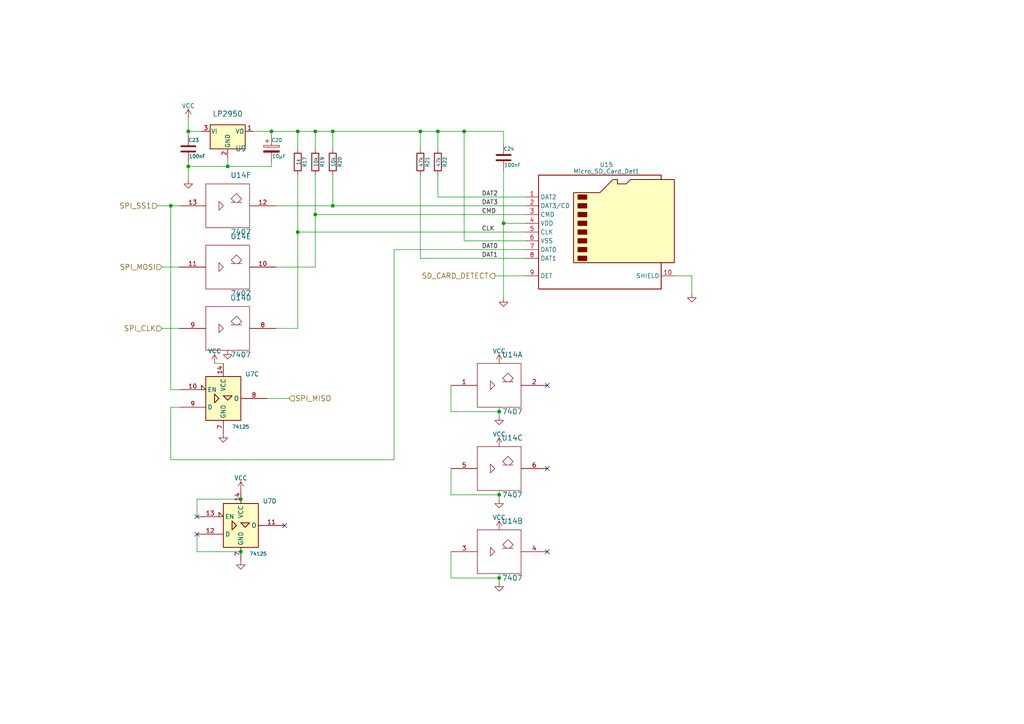
<source format=kicad_sch>
(kicad_sch (version 20230121) (generator eeschema)
  (paper "A4")
  (lib_symbols
    (symbol "74125_1"
      (property "Reference" "U" (at 6.35 6.35 0))
      (property "Value" "74125" (at 2.54 -7.62 0))
      (symbol "74125_1_0_1"
        (rectangle (start -5.08 6.35) (end 5.08 -6.35) (stroke (width 0.254)) (fill (type background)))
        (polyline (pts (xy -2.54 1.27) (xy -2.54 -1.27) (xy -1.27 0) (xy -2.54 1.27) (xy -2.54 1.27)) (stroke (width 0.254)) (fill (type background)))
        (polyline (pts (xy 0 0.762) (xy 2.54 0.762) (xy 1.27 -0.508) (xy 0 0.762) (xy 0 0.762)) (stroke (width 0.254)) (fill (type background)))
        (pin power_in line (at 0 10.16 270) (length 3.81) (name "VCC") (number "14"))
        (pin power_in line (at 0 -10.16 90) (length 3.81) (name "GND") (number "7"))
      )
      (symbol "74125_1_1_0"
        (pin input input_low (at -12.7 2.54 0) (length 7.62) (name "EN") (number "1"))
      )
      (symbol "74125_1_1_1"
        (pin input line (at -12.7 -2.54 0) (length 7.62) (name "D") (number "2"))
        (pin tri_state line (at 12.7 0 180) (length 7.62) (name "O") (number "3"))
      )
      (symbol "74125_1_2_0"
        (pin input input_low (at -12.7 2.54 0) (length 7.62) (name "EN") (number "4"))
      )
      (symbol "74125_1_2_1"
        (pin input line (at -12.7 -2.54 0) (length 7.62) (name "D") (number "5"))
        (pin tri_state line (at 12.7 0 180) (length 7.62) (name "O") (number "6"))
      )
      (symbol "74125_1_3_0"
        (pin input input_low (at -12.7 2.54 0) (length 7.62) (name "EN") (number "10"))
      )
      (symbol "74125_1_3_1"
        (pin tri_state line (at 12.7 0 180) (length 7.62) (name "O") (number "8"))
        (pin input line (at -12.7 -2.54 0) (length 7.62) (name "D") (number "9"))
      )
      (symbol "74125_1_4_0"
        (pin input input_low (at -12.7 2.54 0) (length 7.62) (name "EN") (number "13"))
      )
      (symbol "74125_1_4_1"
        (pin tri_state line (at 12.7 0 180) (length 7.62) (name "O") (number "11"))
        (pin input line (at -12.7 -2.54 0) (length 7.62) (name "D") (number "12"))
      )
    )
    (symbol "74xx_IEEE:7407" (pin_names (offset 0.762))
      (property "Reference" "U" (at 3.81 8.89 0))
      (property "Value" "7407" (at 3.81 -7.62 0))
      (symbol "7407_0_1"
        (rectangle (start -6.35 6.35) (end 6.35 -6.35))
        (polyline (pts (xy -2.54 1.27) (xy -2.54 -1.27) (xy -1.27 0) (xy -2.54 1.27) (xy -2.54 1.27)))
        (polyline (pts (xy 3.048 1.016) (xy 4.064 2.032) (xy 2.54 3.556) (xy 1.016 2.032) (xy 2.032 1.016) (xy 1.016 1.016) (xy 4.064 1.016) (xy 4.064 1.016)))
        (pin power_in line (at 0 6.35 270) (length 0) hide (name "Vcc") (number "14"))
        (pin power_in line (at 0 -6.35 90) (length 0) hide (name "Gnd") (number "7"))
      )
      (symbol "7407_1_1"
        (pin input line (at -13.97 0 0) (length 7.62) (name "~") (number "1"))
        (pin open_collector line (at 13.97 0 180) (length 7.62) (name "~") (number "2"))
      )
      (symbol "7407_2_1"
        (pin input line (at -13.97 0 0) (length 7.62) (name "~") (number "3"))
        (pin open_collector line (at 13.97 0 180) (length 7.62) (name "~") (number "4"))
      )
      (symbol "7407_3_1"
        (pin input line (at -13.97 0 0) (length 7.62) (name "~") (number "5"))
        (pin open_collector line (at 13.97 0 180) (length 7.62) (name "~") (number "6"))
      )
      (symbol "7407_4_1"
        (pin open_collector line (at 13.97 0 180) (length 7.62) (name "~") (number "8"))
        (pin input line (at -13.97 0 0) (length 7.62) (name "~") (number "9"))
      )
      (symbol "7407_5_1"
        (pin open_collector line (at 13.97 0 180) (length 7.62) (name "~") (number "10"))
        (pin input line (at -13.97 0 0) (length 7.62) (name "~") (number "11"))
      )
      (symbol "7407_6_1"
        (pin open_collector line (at 13.97 0 180) (length 7.62) (name "~") (number "12"))
        (pin input line (at -13.97 0 0) (length 7.62) (name "~") (number "13"))
      )
    )
    (symbol "74xx_IEEE:74125"
      (property "Reference" "U" (at 6.35 6.35 0))
      (property "Value" "74125" (at 2.54 -7.62 0))
      (symbol "74125_0_1"
        (rectangle (start -5.08 6.35) (end 5.08 -6.35) (stroke (width 0.254)) (fill (type background)))
        (polyline (pts (xy -2.54 1.27) (xy -2.54 -1.27) (xy -1.27 0) (xy -2.54 1.27) (xy -2.54 1.27)) (stroke (width 0.254)) (fill (type background)))
        (polyline (pts (xy 0 0.762) (xy 2.54 0.762) (xy 1.27 -0.508) (xy 0 0.762) (xy 0 0.762)) (stroke (width 0.254)) (fill (type background)))
        (pin power_in line (at 0 10.16 270) (length 3.81) (name "VCC") (number "14"))
        (pin power_in line (at 0 -10.16 90) (length 3.81) (name "GND") (number "7"))
      )
      (symbol "74125_1_0"
        (pin input input_low (at -12.7 2.54 0) (length 7.62) (name "EN") (number "1"))
      )
      (symbol "74125_1_1"
        (pin input line (at -12.7 -2.54 0) (length 7.62) (name "D") (number "2"))
        (pin tri_state line (at 12.7 0 180) (length 7.62) (name "O") (number "3"))
      )
      (symbol "74125_2_0"
        (pin input input_low (at -12.7 2.54 0) (length 7.62) (name "EN") (number "4"))
      )
      (symbol "74125_2_1"
        (pin input line (at -12.7 -2.54 0) (length 7.62) (name "D") (number "5"))
        (pin tri_state line (at 12.7 0 180) (length 7.62) (name "O") (number "6"))
      )
      (symbol "74125_3_0"
        (pin input input_low (at -12.7 2.54 0) (length 7.62) (name "EN") (number "10"))
      )
      (symbol "74125_3_1"
        (pin tri_state line (at 12.7 0 180) (length 7.62) (name "O") (number "8"))
        (pin input line (at -12.7 -2.54 0) (length 7.62) (name "D") (number "9"))
      )
      (symbol "74125_4_0"
        (pin input input_low (at -12.7 2.54 0) (length 7.62) (name "EN") (number "13"))
      )
      (symbol "74125_4_1"
        (pin tri_state line (at 12.7 0 180) (length 7.62) (name "O") (number "11"))
        (pin input line (at -12.7 -2.54 0) (length 7.62) (name "D") (number "12"))
      )
    )
    (symbol "Connector:Micro_SD_Card_Det1"
      (property "Reference" "J" (at -16.51 17.78 0))
      (property "Value" "Micro_SD_Card_Det1" (at 16.51 17.78 0))
      (symbol "Micro_SD_Card_Det1_0_1"
        (rectangle (start -7.62 -6.985) (end -5.08 -8.255) (stroke (width 0.254)) (fill (type outline)))
        (rectangle (start -7.62 -4.445) (end -5.08 -5.715) (stroke (width 0.254)) (fill (type outline)))
        (rectangle (start -7.62 -1.905) (end -5.08 -3.175) (stroke (width 0.254)) (fill (type outline)))
        (rectangle (start -7.62 0.635) (end -5.08 -0.635) (stroke (width 0.254)) (fill (type outline)))
        (rectangle (start -7.62 3.175) (end -5.08 1.905) (stroke (width 0.254)) (fill (type outline)))
        (rectangle (start -7.62 5.715) (end -5.08 4.445) (stroke (width 0.254)) (fill (type outline)))
        (rectangle (start -7.62 8.255) (end -5.08 6.985) (stroke (width 0.254)) (fill (type outline)))
        (rectangle (start -7.62 10.795) (end -5.08 9.525) (stroke (width 0.254)) (fill (type outline)))
        (polyline (pts (xy 16.51 15.24) (xy 16.51 16.51) (xy -19.05 16.51) (xy -19.05 -16.51) (xy 16.51 -16.51) (xy 16.51 -8.89)) (stroke (width 0.254)))
        (polyline (pts (xy -8.89 -8.89) (xy -8.89 11.43) (xy -1.27 11.43) (xy 2.54 15.24) (xy 3.81 15.24) (xy 3.81 13.97) (xy 6.35 13.97) (xy 7.62 15.24) (xy 20.32 15.24) (xy 20.32 -8.89) (xy -8.89 -8.89)) (stroke (width 0.254)) (fill (type background)))
      )
      (symbol "Micro_SD_Card_Det1_1_1"
        (pin bidirectional line (at -22.86 10.16 0) (length 3.81) (name "DAT2") (number "1"))
        (pin passive line (at 20.32 -12.7 180) (length 3.81) (name "SHIELD") (number "10"))
        (pin bidirectional line (at -22.86 7.62 0) (length 3.81) (name "DAT3/CD") (number "2"))
        (pin input line (at -22.86 5.08 0) (length 3.81) (name "CMD") (number "3"))
        (pin power_in line (at -22.86 2.54 0) (length 3.81) (name "VDD") (number "4"))
        (pin input line (at -22.86 0 0) (length 3.81) (name "CLK") (number "5"))
        (pin power_in line (at -22.86 -2.54 0) (length 3.81) (name "VSS") (number "6"))
        (pin bidirectional line (at -22.86 -5.08 0) (length 3.81) (name "DAT0") (number "7"))
        (pin bidirectional line (at -22.86 -7.62 0) (length 3.81) (name "DAT1") (number "8"))
        (pin passive line (at -22.86 -12.7 0) (length 3.81) (name "DET") (number "9"))
      )
    )
    (symbol "Device:C" (pin_numbers hide) (pin_names (offset 0.254))
      (property "Reference" "C" (at 0.635 2.54 0))
      (property "Value" "C" (at 0.635 -2.54 0))
      (symbol "C_0_1"
        (polyline (pts (xy -2.032 -0.762) (xy 2.032 -0.762)) (stroke (width 0.508)))
        (polyline (pts (xy -2.032 0.762) (xy 2.032 0.762)) (stroke (width 0.508)))
      )
      (symbol "C_1_1"
        (pin passive line (at 0 3.81 270) (length 2.794) (name "~") (number "1"))
        (pin passive line (at 0 -3.81 90) (length 2.794) (name "~") (number "2"))
      )
    )
    (symbol "Device:C_Polarized" (pin_numbers hide) (pin_names (offset 0.254))
      (property "Reference" "C" (at 0.635 2.54 0))
      (property "Value" "C_Polarized" (at 0.635 -2.54 0))
      (symbol "C_Polarized_0_1"
        (rectangle (start -2.286 0.508) (end 2.286 1.016))
        (polyline (pts (xy -1.778 2.286) (xy -0.762 2.286)))
        (polyline (pts (xy -1.27 2.794) (xy -1.27 1.778)))
        (rectangle (start 2.286 -0.508) (end -2.286 -1.016) (fill (type outline)))
      )
      (symbol "C_Polarized_1_1"
        (pin passive line (at 0 3.81 270) (length 2.794) (name "~") (number "1"))
        (pin passive line (at 0 -3.81 90) (length 2.794) (name "~") (number "2"))
      )
    )
    (symbol "Device:R" (pin_numbers hide) (pin_names (offset 0))
      (property "Reference" "R" (at 2.032 0 90))
      (property "Value" "R" (at 0 0 90))
      (symbol "R_0_1"
        (rectangle (start -1.016 -2.54) (end 1.016 2.54) (stroke (width 0.254)))
      )
      (symbol "R_1_1"
        (pin passive line (at 0 3.81 270) (length 1.27) (name "~") (number "1"))
        (pin passive line (at 0 -3.81 90) (length 1.27) (name "~") (number "2"))
      )
    )
    (symbol "Regulator_Linear:LP2950-3.3_TO92" (pin_names (offset 0.254))
      (property "Reference" "U" (at -3.81 3.175 0))
      (property "Value" "LP2950-3.3_TO92" (at 0 3.175 0))
      (symbol "LP2950-3.3_TO92_0_1"
        (rectangle (start -5.08 -5.08) (end 5.08 1.905) (stroke (width 0.254)) (fill (type background)))
      )
      (symbol "LP2950-3.3_TO92_1_1"
        (pin power_out line (at 7.62 0 180) (length 2.54) (name "VO") (number "1"))
        (pin power_in line (at 0 -7.62 90) (length 2.54) (name "GND") (number "2"))
        (pin power_in line (at -7.62 0 0) (length 2.54) (name "VI") (number "3"))
      )
    )
    (symbol "power:GND" (power) (pin_names (offset 0))
      (property "Value" "GND" (at 0 -3.81 0))
      (symbol "GND_0_1"
        (polyline (pts (xy 0 0) (xy 0 -1.27) (xy 1.27 -1.27) (xy 0 -2.54) (xy -1.27 -1.27) (xy 0 -1.27)))
      )
      (symbol "GND_1_1"
        (pin power_in line (at 0 0 270) (length 0) hide (name "GND") (number "1"))
      )
    )
    (symbol "power:VCC" (power) (pin_names (offset 0))
      (property "Value" "VCC" (at 0 3.81 0))
      (symbol "VCC_0_1"
        (polyline (pts (xy -0.762 1.27) (xy 0 2.54)))
        (polyline (pts (xy 0 0) (xy 0 2.54)))
        (polyline (pts (xy 0 2.54) (xy 0.762 1.27)))
      )
      (symbol "VCC_1_1"
        (pin power_in line (at 0 0 90) (length 0) hide (name "VCC") (number "1"))
      )
    )
  )
  (junction (at 69.85 160.02))
  (junction (at 127 38.1))
  (junction (at 146.05 64.77))
  (junction (at 54.61 48.26))
  (junction (at 144.78 167.64))
  (junction (at 86.36 67.31))
  (junction (at 91.44 62.23))
  (junction (at 121.92 38.1))
  (junction (at 78.74 38.1))
  (junction (at 91.44 38.1))
  (junction (at 96.52 38.1))
  (junction (at 69.85 144.78))
  (junction (at 86.36 38.1))
  (junction (at 54.61 38.1))
  (junction (at 66.04 48.26))
  (junction (at 49.53 59.69))
  (junction (at 144.78 143.51))
  (junction (at 96.52 59.69))
  (junction (at 144.78 119.38))
  (junction (at 134.62 38.1))
  (no_connect (at 158.75 135.89))
  (no_connect (at 158.75 160.02))
  (no_connect (at 158.75 111.76))
  (no_connect (at 57.15 149.86))
  (no_connect (at 82.55 152.4))
  (no_connect (at 57.15 154.94))
  (wire (pts (xy 78.74 38.1) (xy 78.74 39.37)))
  (wire (pts (xy 121.92 38.1) (xy 127 38.1)))
  (wire (pts (xy 80.01 59.69) (xy 96.52 59.69)))
  (wire (pts (xy 144.78 167.64) (xy 144.78 168.91)))
  (wire (pts (xy 54.61 38.1) (xy 54.61 39.37)))
  (wire (pts (xy 78.74 48.26) (xy 78.74 46.99)))
  (wire (pts (xy 54.61 48.26) (xy 66.04 48.26)))
  (wire (pts (xy 86.36 67.31) (xy 86.36 95.25)))
  (wire (pts (xy 69.85 143.51) (xy 69.85 144.78)))
  (wire (pts (xy 130.81 143.51) (xy 130.81 135.89)))
  (wire (pts (xy 57.15 154.94) (xy 57.15 160.02)))
  (wire (pts (xy 96.52 43.18) (xy 96.52 38.1)))
  (wire (pts (xy 69.85 160.02) (xy 69.85 161.29)))
  (wire (pts (xy 144.78 118.11) (xy 144.78 119.38)))
  (wire (pts (xy 52.07 118.11) (xy 49.53 118.11)))
  (wire (pts (xy 49.53 59.69) (xy 52.07 59.69)))
  (wire (pts (xy 69.85 158.75) (xy 69.85 160.02)))
  (wire (pts (xy 96.52 59.69) (xy 152.4 59.69)))
  (wire (pts (xy 78.74 38.1) (xy 86.36 38.1)))
  (wire (pts (xy 45.72 59.69) (xy 49.53 59.69)))
  (wire (pts (xy 54.61 38.1) (xy 58.42 38.1)))
  (wire (pts (xy 91.44 62.23) (xy 91.44 77.47)))
  (wire (pts (xy 144.78 167.64) (xy 130.81 167.64)))
  (wire (pts (xy 152.4 74.93) (xy 121.92 74.93)))
  (wire (pts (xy 96.52 50.8) (xy 96.52 59.69)))
  (wire (pts (xy 91.44 38.1) (xy 96.52 38.1)))
  (wire (pts (xy 69.85 144.78) (xy 69.85 146.05)))
  (wire (pts (xy 127 43.18) (xy 127 38.1)))
  (wire (pts (xy 86.36 43.18) (xy 86.36 38.1)))
  (wire (pts (xy 144.78 119.38) (xy 130.81 119.38)))
  (wire (pts (xy 86.36 67.31) (xy 152.4 67.31)))
  (wire (pts (xy 62.23 105.41) (xy 64.77 105.41)))
  (wire (pts (xy 69.85 144.78) (xy 57.15 144.78)))
  (wire (pts (xy 54.61 34.29) (xy 54.61 38.1)))
  (wire (pts (xy 57.15 160.02) (xy 69.85 160.02)))
  (wire (pts (xy 127 38.1) (xy 134.62 38.1)))
  (wire (pts (xy 66.04 45.72) (xy 66.04 48.26)))
  (wire (pts (xy 54.61 48.26) (xy 54.61 52.07)))
  (wire (pts (xy 49.53 118.11) (xy 49.53 133.35)))
  (wire (pts (xy 134.62 69.85) (xy 152.4 69.85)))
  (wire (pts (xy 49.53 113.03) (xy 49.53 59.69)))
  (wire (pts (xy 66.04 48.26) (xy 78.74 48.26)))
  (wire (pts (xy 114.3 72.39) (xy 114.3 133.35)))
  (wire (pts (xy 146.05 49.53) (xy 146.05 64.77)))
  (wire (pts (xy 114.3 72.39) (xy 152.4 72.39)))
  (wire (pts (xy 121.92 43.18) (xy 121.92 38.1)))
  (wire (pts (xy 195.58 80.01) (xy 200.66 80.01)))
  (wire (pts (xy 46.99 77.47) (xy 52.07 77.47)))
  (wire (pts (xy 86.36 38.1) (xy 91.44 38.1)))
  (wire (pts (xy 144.78 119.38) (xy 144.78 120.65)))
  (wire (pts (xy 130.81 119.38) (xy 130.81 111.76)))
  (wire (pts (xy 77.47 115.57) (xy 83.82 115.57)))
  (wire (pts (xy 96.52 38.1) (xy 121.92 38.1)))
  (wire (pts (xy 91.44 50.8) (xy 91.44 62.23)))
  (wire (pts (xy 91.44 43.18) (xy 91.44 38.1)))
  (wire (pts (xy 152.4 57.15) (xy 127 57.15)))
  (wire (pts (xy 152.4 64.77) (xy 146.05 64.77)))
  (wire (pts (xy 146.05 64.77) (xy 146.05 86.36)))
  (wire (pts (xy 130.81 167.64) (xy 130.81 160.02)))
  (wire (pts (xy 86.36 50.8) (xy 86.36 67.31)))
  (wire (pts (xy 200.66 80.01) (xy 200.66 85.09)))
  (wire (pts (xy 91.44 62.23) (xy 152.4 62.23)))
  (wire (pts (xy 134.62 38.1) (xy 146.05 38.1)))
  (wire (pts (xy 127 57.15) (xy 127 50.8)))
  (wire (pts (xy 144.78 143.51) (xy 130.81 143.51)))
  (wire (pts (xy 49.53 133.35) (xy 114.3 133.35)))
  (wire (pts (xy 54.61 46.99) (xy 54.61 48.26)))
  (wire (pts (xy 121.92 74.93) (xy 121.92 50.8)))
  (wire (pts (xy 80.01 77.47) (xy 91.44 77.47)))
  (wire (pts (xy 57.15 144.78) (xy 57.15 149.86)))
  (wire (pts (xy 46.99 95.25) (xy 52.07 95.25)))
  (wire (pts (xy 134.62 38.1) (xy 134.62 69.85)))
  (wire (pts (xy 144.78 142.24) (xy 144.78 143.51)))
  (wire (pts (xy 80.01 95.25) (xy 86.36 95.25)))
  (wire (pts (xy 143.51 80.01) (xy 152.4 80.01)))
  (wire (pts (xy 73.66 38.1) (xy 78.74 38.1)))
  (wire (pts (xy 144.78 143.51) (xy 144.78 144.78)))
  (wire (pts (xy 144.78 166.37) (xy 144.78 167.64)))
  (wire (pts (xy 146.05 38.1) (xy 146.05 41.91)))
  (wire (pts (xy 52.07 113.03) (xy 49.53 113.03)))
  (label "DAT3" (at 139.7 59.69 0))
  (label "DAT1" (at 139.7 74.93 0))
  (label "DAT0" (at 139.7 72.39 0))
  (label "CMD" (at 139.7 62.23 0))
  (label "CLK" (at 139.7 67.31 0))
  (label "DAT2" (at 139.7 57.15 0))
  (hierarchical_label "SPI_SS1" (shape input) (at 45.72 59.69 180) (effects (font (size 1.524 1.524))))
  (hierarchical_label "SPI_MISO" (shape input) (at 83.82 115.57 0) (effects (font (size 1.524 1.524))))
  (hierarchical_label "SPI_CLK" (shape input) (at 46.99 95.25 180) (effects (font (size 1.524 1.524))))
  (hierarchical_label "SPI_MOSI" (shape input) (at 46.99 77.47 180) (effects (font (size 1.524 1.524))))
  (hierarchical_label "SD_CARD_DETECT" (shape output) (at 143.51 80.01 180) (effects (font (size 1.524 1.524))))
  (symbol (lib_id "Device:C") (at 146.05 45.72 0) (unit 1)
    (property "Reference" "C24" (at 146.05 43.18 0) (effects (font (size 1.016 1.016)) (justify left)))
    (property "Value" "100nF" (at 146.2024 47.879 0) (effects (font (size 1.016 1.016)) (justify left)))
    (property "Footprint" "Capacitor_SMD:C_1206_3216Metric_Pad1.33x1.80mm_HandSolder" (effects hide))
  )
  (symbol (lib_id "74xx_IEEE:7407") (at 66.04 59.69 0) (unit 6)
    (property "Reference" "U14" (at 69.85 50.8 0) (effects (font (size 1.524 1.524))))
    (property "Value" "7407" (at 69.85 67.31 0) (effects (font (size 1.524 1.524))))
    (property "Footprint" "Package_DIP:DIP-14_W7.62mm_LongPads" (effects hide))
    (property "Datasheet" "www.ti.com/lit/ds/symlink/sn74ls07.pdf" (effects hide))
  )
  (symbol (lib_id "power:GND") (at 54.61 52.07 0) (unit 1)
    (property "Reference" "#PWR0134" (effects hide))
    (property "Value" "GND" (effects hide))
  )
  (symbol (lib_id "74xx_IEEE:74125") (at 69.85 152.4 0) (unit 4)
    (property "Reference" "U7" (at 76.2 146.05 0) (effects (justify left bottom)))
    (property "Value" "74125" (at 72.39 160.02 0) (effects (font (size 1.016 1.016)) (justify left top)))
    (property "Footprint" "Package_DIP:DIP-14_W7.62mm_LongPads" (effects hide))
  )
  (symbol (lib_name "74125_1") (lib_id "74xx_IEEE:74125") (at 64.77 115.57 0) (unit 3)
    (property "Reference" "U7" (at 71.12 109.22 0) (effects (justify left bottom)))
    (property "Value" "74125" (at 67.31 123.19 0) (effects (font (size 1.016 1.016)) (justify left top)))
    (property "Footprint" "Package_DIP:DIP-14_W7.62mm_LongPads" (effects hide))
  )
  (symbol (lib_id "Connector:Micro_SD_Card_Det1") (at 175.26 67.31 0) (unit 1)
    (property "Reference" "U15" (at 175.895 47.7901 0))
    (property "Value" "Micro_SD_Card_Det1" (at 175.895 49.7111 0))
    (property "Footprint" "Connector_Card:SD_Kyocera_145638009511859+" (effects hide))
    (property "Datasheet" "https://datasheet.lcsc.com/lcsc/2110151630_XKB-Connectivity-XKTF-015-N_C381082.pdf" (effects hide))
  )
  (symbol (lib_id "Regulator_Linear:LP2950-3.3_TO92") (at 66.04 38.1 0) (unit 1)
    (property "Reference" "U9" (at 69.85 43.0784 0) (effects (font (size 1.524 1.524))))
    (property "Value" "LP2950" (at 66.04 33.02 0) (effects (font (size 1.524 1.524))))
    (property "Footprint" "Package_TO_SOT_THT:TO-92_Inline" (effects hide))
    (property "Datasheet" "http://www.ti.com/lit/ds/symlink/lp2950.pdf" (effects hide))
  )
  (symbol (lib_id "74xx_IEEE:7407") (at 144.78 111.76 0) (unit 1)
    (property "Reference" "U14" (at 148.59 102.87 0) (effects (font (size 1.524 1.524))))
    (property "Value" "7407" (at 148.59 119.38 0) (effects (font (size 1.524 1.524))))
    (property "Footprint" "Package_DIP:DIP-14_W7.62mm_LongPads" (effects hide))
    (property "Datasheet" "www.ti.com/lit/ds/symlink/sn74ls07.pdf" (effects hide))
  )
  (symbol (lib_id "power:GND") (at 144.78 168.91 0) (unit 1)
    (property "Reference" "#PWR079" (effects hide))
    (property "Value" "GND" (effects hide))
  )
  (symbol (lib_id "Device:R") (at 96.52 46.99 0) (unit 1)
    (property "Reference" "R20" (at 98.552 46.99 90) (effects (font (size 1.016 1.016))))
    (property "Value" "10k" (at 96.6978 46.9646 90) (effects (font (size 1.016 1.016))))
    (property "Footprint" "Resistor_THT:R_Axial_DIN0204_L3.6mm_D1.6mm_P5.08mm_Horizontal" (effects hide))
  )
  (symbol (lib_id "power:GND") (at 144.78 120.65 0) (unit 1)
    (property "Reference" "#PWR077" (effects hide))
    (property "Value" "GND" (effects hide))
  )
  (symbol (lib_id "power:VCC") (at 54.61 34.29 0) (unit 1)
    (property "Reference" "#PWR03" (effects hide))
    (property "Value" "VCC" (at 54.61 30.7142 0))
  )
  (symbol (lib_id "power:VCC") (at 144.78 153.67 0) (unit 1)
    (property "Reference" "#PWR076" (effects hide))
    (property "Value" "VCC" (at 144.78 150.0942 0))
  )
  (symbol (lib_id "power:VCC") (at 144.78 129.54 0) (unit 1)
    (property "Reference" "#PWR075" (effects hide))
    (property "Value" "VCC" (at 144.78 125.9642 0))
  )
  (symbol (lib_id "Device:R") (at 91.44 46.99 0) (unit 1)
    (property "Reference" "R19" (at 93.472 46.99 90) (effects (font (size 1.016 1.016))))
    (property "Value" "10k" (at 91.6178 46.9646 90) (effects (font (size 1.016 1.016))))
    (property "Footprint" "Resistor_THT:R_Axial_DIN0204_L3.6mm_D1.6mm_P5.08mm_Horizontal" (effects hide))
  )
  (symbol (lib_id "power:GND") (at 200.66 85.09 0) (unit 1)
    (property "Reference" "#PWR033" (effects hide))
    (property "Value" "GND" (effects hide))
  )
  (symbol (lib_id "power:VCC") (at 69.85 142.24 0) (unit 1)
    (property "Reference" "#PWR080" (effects hide))
    (property "Value" "VCC" (at 69.85 138.6642 0))
  )
  (symbol (lib_id "Device:R") (at 127 46.99 0) (unit 1)
    (property "Reference" "R22" (at 129.032 46.99 90) (effects (font (size 1.016 1.016))))
    (property "Value" "47k" (at 127.1778 46.9646 90) (effects (font (size 1.016 1.016))))
    (property "Footprint" "Resistor_THT:R_Axial_DIN0204_L3.6mm_D1.6mm_P5.08mm_Horizontal" (effects hide))
  )
  (symbol (lib_id "Device:R") (at 121.92 46.99 0) (unit 1)
    (property "Reference" "R21" (at 123.952 46.99 90) (effects (font (size 1.016 1.016))))
    (property "Value" "47k" (at 122.0978 46.9646 90) (effects (font (size 1.016 1.016))))
    (property "Footprint" "Resistor_THT:R_Axial_DIN0204_L3.6mm_D1.6mm_P5.08mm_Horizontal" (effects hide))
  )
  (symbol (lib_id "74xx_IEEE:7407") (at 144.78 135.89 0) (unit 3)
    (property "Reference" "U14" (at 148.59 127 0) (effects (font (size 1.524 1.524))))
    (property "Value" "7407" (at 148.59 143.51 0) (effects (font (size 1.524 1.524))))
    (property "Footprint" "Package_DIP:DIP-14_W7.62mm_LongPads" (effects hide))
    (property "Datasheet" "www.ti.com/lit/ds/symlink/sn74ls07.pdf" (effects hide))
  )
  (symbol (lib_id "Device:C_Polarized") (at 78.74 43.18 0) (unit 1)
    (property "Reference" "C20" (at 78.74 40.64 0) (effects (font (size 1.016 1.016)) (justify left)))
    (property "Value" "10µF" (at 78.8924 45.339 0) (effects (font (size 1.016 1.016)) (justify left)))
    (property "Footprint" "Capacitor_THT:CP_Radial_D5.0mm_P2.50mm" (effects hide))
  )
  (symbol (lib_id "power:GND") (at 144.78 144.78 0) (unit 1)
    (property "Reference" "#PWR078" (effects hide))
    (property "Value" "GND" (effects hide))
  )
  (symbol (lib_id "74xx_IEEE:7407") (at 66.04 95.25 0) (unit 4)
    (property "Reference" "U14" (at 69.85 86.36 0) (effects (font (size 1.524 1.524))))
    (property "Value" "7407" (at 69.85 102.87 0) (effects (font (size 1.524 1.524))))
    (property "Footprint" "Package_DIP:DIP-14_W7.62mm_LongPads" (effects hide))
    (property "Datasheet" "www.ti.com/lit/ds/symlink/sn74ls07.pdf" (effects hide))
  )
  (symbol (lib_id "power:GND") (at 66.04 101.6 0) (unit 1)
    (property "Reference" "#PWR011" (effects hide))
    (property "Value" "GND" (effects hide))
  )
  (symbol (lib_id "power:GND") (at 69.85 162.56 0) (unit 1)
    (property "Reference" "#PWR081" (effects hide))
    (property "Value" "GND" (effects hide))
  )
  (symbol (lib_id "74xx_IEEE:7407") (at 66.04 77.47 0) (unit 5)
    (property "Reference" "U14" (at 69.85 68.58 0) (effects (font (size 1.524 1.524))))
    (property "Value" "7407" (at 69.85 85.09 0) (effects (font (size 1.524 1.524))))
    (property "Footprint" "Package_DIP:DIP-14_W7.62mm_LongPads" (effects hide))
    (property "Datasheet" "www.ti.com/lit/ds/symlink/sn74ls07.pdf" (effects hide))
  )
  (symbol (lib_id "power:GND") (at 64.77 125.73 0) (unit 1)
    (property "Reference" "#PWR09" (effects hide))
    (property "Value" "GND" (effects hide))
  )
  (symbol (lib_id "Device:R") (at 86.36 46.99 0) (unit 1)
    (property "Reference" "R17" (at 88.392 46.99 90) (effects (font (size 1.016 1.016))))
    (property "Value" "1k" (at 86.5378 46.9646 90) (effects (font (size 1.016 1.016))))
    (property "Footprint" "Resistor_THT:R_Axial_DIN0204_L3.6mm_D1.6mm_P5.08mm_Horizontal" (effects hide))
  )
  (symbol (lib_id "power:VCC") (at 144.78 105.41 0) (unit 1)
    (property "Reference" "#PWR074" (effects hide))
    (property "Value" "VCC" (at 144.78 101.8342 0))
  )
  (symbol (lib_id "power:VCC") (at 62.23 105.41 0) (unit 1)
    (property "Reference" "#PWR08" (effects hide))
    (property "Value" "VCC" (at 62.23 101.8342 0))
  )
  (symbol (lib_id "power:GND") (at 146.05 86.36 0) (unit 1)
    (property "Reference" "#PWR0133" (effects hide))
    (property "Value" "GND" (effects hide))
  )
  (symbol (lib_id "74xx_IEEE:7407") (at 144.78 160.02 0) (unit 2)
    (property "Reference" "U14" (at 148.59 151.13 0) (effects (font (size 1.524 1.524))))
    (property "Value" "7407" (at 148.59 167.64 0) (effects (font (size 1.524 1.524))))
    (property "Footprint" "Package_DIP:DIP-14_W7.62mm_LongPads" (effects hide))
    (property "Datasheet" "www.ti.com/lit/ds/symlink/sn74ls07.pdf" (effects hide))
  )
  (symbol (lib_id "Device:C") (at 54.61 43.18 0) (unit 1)
    (property "Reference" "C23" (at 54.61 40.64 0) (effects (font (size 1.016 1.016)) (justify left)))
    (property "Value" "100nF" (at 54.7624 45.339 0) (effects (font (size 1.016 1.016)) (justify left)))
    (property "Footprint" "Capacitor_SMD:C_1206_3216Metric_Pad1.33x1.80mm_HandSolder" (effects hide))
  )
)
</source>
